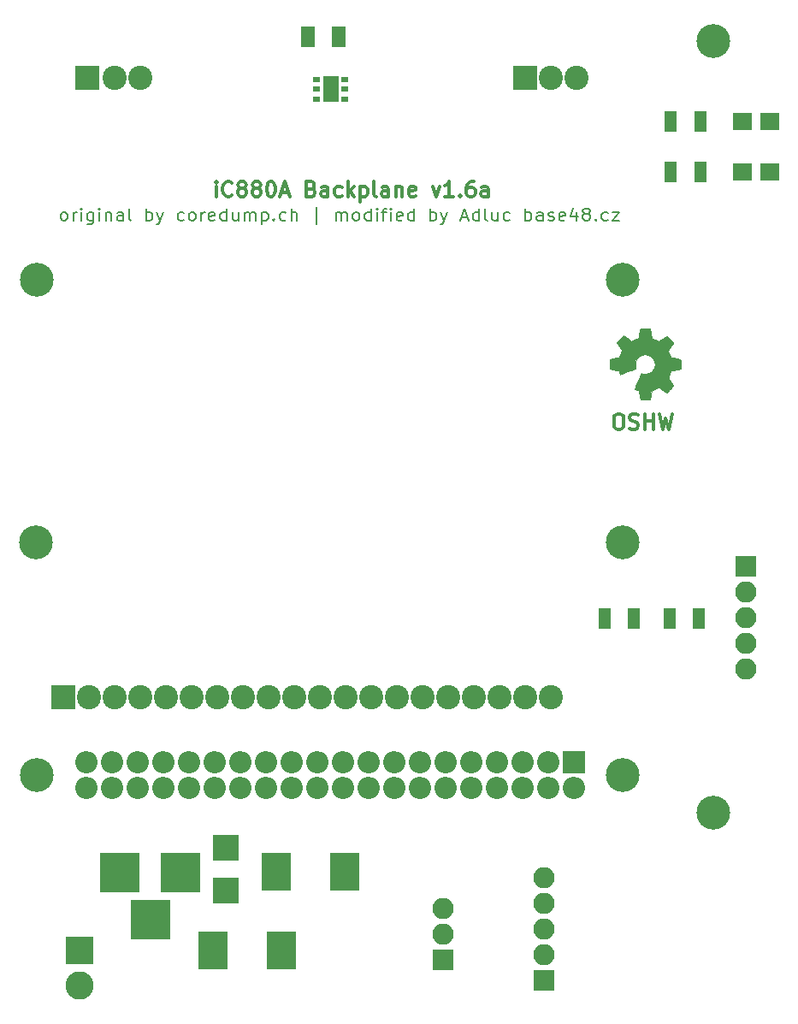
<source format=gts>
G04 #@! TF.GenerationSoftware,KiCad,Pcbnew,(5.0.0-rc2-dev-691-g31b026c)*
G04 #@! TF.CreationDate,2018-05-13T20:35:11+02:00*
G04 #@! TF.ProjectId,backplane,6261636B706C616E652E6B696361645F,v1.6*
G04 #@! TF.SameCoordinates,Original*
G04 #@! TF.FileFunction,Soldermask,Top*
G04 #@! TF.FilePolarity,Negative*
%FSLAX46Y46*%
G04 Gerber Fmt 4.6, Leading zero omitted, Abs format (unit mm)*
G04 Created by KiCad (PCBNEW (5.0.0-rc2-dev-691-g31b026c)) date Sunday, 13. May 2018, 20:35:11*
%MOMM*%
%LPD*%
G01*
G04 APERTURE LIST*
%ADD10C,0.200000*%
%ADD11C,0.300000*%
%ADD12C,0.002540*%
%ADD13R,1.300000X2.100000*%
%ADD14C,3.350000*%
%ADD15R,1.400000X2.000000*%
%ADD16R,0.740000X0.540000*%
%ADD17R,1.640000X2.540000*%
%ADD18R,2.200000X2.200000*%
%ADD19O,2.200000X2.200000*%
%ADD20R,2.400000X2.400000*%
%ADD21C,2.400000*%
%ADD22R,1.900000X1.700000*%
%ADD23O,2.100000X2.100000*%
%ADD24R,2.100000X2.100000*%
%ADD25R,2.800000X2.800000*%
%ADD26C,2.800000*%
%ADD27R,3.900000X3.900000*%
%ADD28R,2.580000X2.520000*%
%ADD29R,2.900000X3.700000*%
G04 APERTURE END LIST*
D10*
X37388095Y-35792857D02*
X37264285Y-35735714D01*
X37202380Y-35678571D01*
X37140476Y-35564285D01*
X37140476Y-35221428D01*
X37202380Y-35107142D01*
X37264285Y-35050000D01*
X37388095Y-34992857D01*
X37573809Y-34992857D01*
X37697619Y-35050000D01*
X37759523Y-35107142D01*
X37821428Y-35221428D01*
X37821428Y-35564285D01*
X37759523Y-35678571D01*
X37697619Y-35735714D01*
X37573809Y-35792857D01*
X37388095Y-35792857D01*
X38378571Y-35792857D02*
X38378571Y-34992857D01*
X38378571Y-35221428D02*
X38440476Y-35107142D01*
X38502380Y-35050000D01*
X38626190Y-34992857D01*
X38750000Y-34992857D01*
X39183333Y-35792857D02*
X39183333Y-34992857D01*
X39183333Y-34592857D02*
X39121428Y-34650000D01*
X39183333Y-34707142D01*
X39245238Y-34650000D01*
X39183333Y-34592857D01*
X39183333Y-34707142D01*
X40359523Y-34992857D02*
X40359523Y-35964285D01*
X40297619Y-36078571D01*
X40235714Y-36135714D01*
X40111904Y-36192857D01*
X39926190Y-36192857D01*
X39802380Y-36135714D01*
X40359523Y-35735714D02*
X40235714Y-35792857D01*
X39988095Y-35792857D01*
X39864285Y-35735714D01*
X39802380Y-35678571D01*
X39740476Y-35564285D01*
X39740476Y-35221428D01*
X39802380Y-35107142D01*
X39864285Y-35050000D01*
X39988095Y-34992857D01*
X40235714Y-34992857D01*
X40359523Y-35050000D01*
X40978571Y-35792857D02*
X40978571Y-34992857D01*
X40978571Y-34592857D02*
X40916666Y-34650000D01*
X40978571Y-34707142D01*
X41040476Y-34650000D01*
X40978571Y-34592857D01*
X40978571Y-34707142D01*
X41597619Y-34992857D02*
X41597619Y-35792857D01*
X41597619Y-35107142D02*
X41659523Y-35050000D01*
X41783333Y-34992857D01*
X41969047Y-34992857D01*
X42092857Y-35050000D01*
X42154761Y-35164285D01*
X42154761Y-35792857D01*
X43330952Y-35792857D02*
X43330952Y-35164285D01*
X43269047Y-35050000D01*
X43145238Y-34992857D01*
X42897619Y-34992857D01*
X42773809Y-35050000D01*
X43330952Y-35735714D02*
X43207142Y-35792857D01*
X42897619Y-35792857D01*
X42773809Y-35735714D01*
X42711904Y-35621428D01*
X42711904Y-35507142D01*
X42773809Y-35392857D01*
X42897619Y-35335714D01*
X43207142Y-35335714D01*
X43330952Y-35278571D01*
X44135714Y-35792857D02*
X44011904Y-35735714D01*
X43950000Y-35621428D01*
X43950000Y-34592857D01*
X45621428Y-35792857D02*
X45621428Y-34592857D01*
X45621428Y-35050000D02*
X45745238Y-34992857D01*
X45992857Y-34992857D01*
X46116666Y-35050000D01*
X46178571Y-35107142D01*
X46240476Y-35221428D01*
X46240476Y-35564285D01*
X46178571Y-35678571D01*
X46116666Y-35735714D01*
X45992857Y-35792857D01*
X45745238Y-35792857D01*
X45621428Y-35735714D01*
X46673809Y-34992857D02*
X46983333Y-35792857D01*
X47292857Y-34992857D02*
X46983333Y-35792857D01*
X46859523Y-36078571D01*
X46797619Y-36135714D01*
X46673809Y-36192857D01*
X49335714Y-35735714D02*
X49211904Y-35792857D01*
X48964285Y-35792857D01*
X48840476Y-35735714D01*
X48778571Y-35678571D01*
X48716666Y-35564285D01*
X48716666Y-35221428D01*
X48778571Y-35107142D01*
X48840476Y-35050000D01*
X48964285Y-34992857D01*
X49211904Y-34992857D01*
X49335714Y-35050000D01*
X50078571Y-35792857D02*
X49954761Y-35735714D01*
X49892857Y-35678571D01*
X49830952Y-35564285D01*
X49830952Y-35221428D01*
X49892857Y-35107142D01*
X49954761Y-35050000D01*
X50078571Y-34992857D01*
X50264285Y-34992857D01*
X50388095Y-35050000D01*
X50450000Y-35107142D01*
X50511904Y-35221428D01*
X50511904Y-35564285D01*
X50450000Y-35678571D01*
X50388095Y-35735714D01*
X50264285Y-35792857D01*
X50078571Y-35792857D01*
X51069047Y-35792857D02*
X51069047Y-34992857D01*
X51069047Y-35221428D02*
X51130952Y-35107142D01*
X51192857Y-35050000D01*
X51316666Y-34992857D01*
X51440476Y-34992857D01*
X52369047Y-35735714D02*
X52245238Y-35792857D01*
X51997619Y-35792857D01*
X51873809Y-35735714D01*
X51811904Y-35621428D01*
X51811904Y-35164285D01*
X51873809Y-35050000D01*
X51997619Y-34992857D01*
X52245238Y-34992857D01*
X52369047Y-35050000D01*
X52430952Y-35164285D01*
X52430952Y-35278571D01*
X51811904Y-35392857D01*
X53545238Y-35792857D02*
X53545238Y-34592857D01*
X53545238Y-35735714D02*
X53421428Y-35792857D01*
X53173809Y-35792857D01*
X53050000Y-35735714D01*
X52988095Y-35678571D01*
X52926190Y-35564285D01*
X52926190Y-35221428D01*
X52988095Y-35107142D01*
X53050000Y-35050000D01*
X53173809Y-34992857D01*
X53421428Y-34992857D01*
X53545238Y-35050000D01*
X54721428Y-34992857D02*
X54721428Y-35792857D01*
X54164285Y-34992857D02*
X54164285Y-35621428D01*
X54226190Y-35735714D01*
X54350000Y-35792857D01*
X54535714Y-35792857D01*
X54659523Y-35735714D01*
X54721428Y-35678571D01*
X55340476Y-35792857D02*
X55340476Y-34992857D01*
X55340476Y-35107142D02*
X55402380Y-35050000D01*
X55526190Y-34992857D01*
X55711904Y-34992857D01*
X55835714Y-35050000D01*
X55897619Y-35164285D01*
X55897619Y-35792857D01*
X55897619Y-35164285D02*
X55959523Y-35050000D01*
X56083333Y-34992857D01*
X56269047Y-34992857D01*
X56392857Y-35050000D01*
X56454761Y-35164285D01*
X56454761Y-35792857D01*
X57073809Y-34992857D02*
X57073809Y-36192857D01*
X57073809Y-35050000D02*
X57197619Y-34992857D01*
X57445238Y-34992857D01*
X57569047Y-35050000D01*
X57630952Y-35107142D01*
X57692857Y-35221428D01*
X57692857Y-35564285D01*
X57630952Y-35678571D01*
X57569047Y-35735714D01*
X57445238Y-35792857D01*
X57197619Y-35792857D01*
X57073809Y-35735714D01*
X58250000Y-35678571D02*
X58311904Y-35735714D01*
X58250000Y-35792857D01*
X58188095Y-35735714D01*
X58250000Y-35678571D01*
X58250000Y-35792857D01*
X59426190Y-35735714D02*
X59302380Y-35792857D01*
X59054761Y-35792857D01*
X58930952Y-35735714D01*
X58869047Y-35678571D01*
X58807142Y-35564285D01*
X58807142Y-35221428D01*
X58869047Y-35107142D01*
X58930952Y-35050000D01*
X59054761Y-34992857D01*
X59302380Y-34992857D01*
X59426190Y-35050000D01*
X59983333Y-35792857D02*
X59983333Y-34592857D01*
X60540476Y-35792857D02*
X60540476Y-35164285D01*
X60478571Y-35050000D01*
X60354761Y-34992857D01*
X60169047Y-34992857D01*
X60045238Y-35050000D01*
X59983333Y-35107142D01*
X62459523Y-36192857D02*
X62459523Y-34478571D01*
X64378571Y-35792857D02*
X64378571Y-34992857D01*
X64378571Y-35107142D02*
X64440476Y-35050000D01*
X64564285Y-34992857D01*
X64750000Y-34992857D01*
X64873809Y-35050000D01*
X64935714Y-35164285D01*
X64935714Y-35792857D01*
X64935714Y-35164285D02*
X64997619Y-35050000D01*
X65121428Y-34992857D01*
X65307142Y-34992857D01*
X65430952Y-35050000D01*
X65492857Y-35164285D01*
X65492857Y-35792857D01*
X66297619Y-35792857D02*
X66173809Y-35735714D01*
X66111904Y-35678571D01*
X66050000Y-35564285D01*
X66050000Y-35221428D01*
X66111904Y-35107142D01*
X66173809Y-35050000D01*
X66297619Y-34992857D01*
X66483333Y-34992857D01*
X66607142Y-35050000D01*
X66669047Y-35107142D01*
X66730952Y-35221428D01*
X66730952Y-35564285D01*
X66669047Y-35678571D01*
X66607142Y-35735714D01*
X66483333Y-35792857D01*
X66297619Y-35792857D01*
X67845238Y-35792857D02*
X67845238Y-34592857D01*
X67845238Y-35735714D02*
X67721428Y-35792857D01*
X67473809Y-35792857D01*
X67350000Y-35735714D01*
X67288095Y-35678571D01*
X67226190Y-35564285D01*
X67226190Y-35221428D01*
X67288095Y-35107142D01*
X67350000Y-35050000D01*
X67473809Y-34992857D01*
X67721428Y-34992857D01*
X67845238Y-35050000D01*
X68464285Y-35792857D02*
X68464285Y-34992857D01*
X68464285Y-34592857D02*
X68402380Y-34650000D01*
X68464285Y-34707142D01*
X68526190Y-34650000D01*
X68464285Y-34592857D01*
X68464285Y-34707142D01*
X68897619Y-34992857D02*
X69392857Y-34992857D01*
X69083333Y-35792857D02*
X69083333Y-34764285D01*
X69145238Y-34650000D01*
X69269047Y-34592857D01*
X69392857Y-34592857D01*
X69826190Y-35792857D02*
X69826190Y-34992857D01*
X69826190Y-34592857D02*
X69764285Y-34650000D01*
X69826190Y-34707142D01*
X69888095Y-34650000D01*
X69826190Y-34592857D01*
X69826190Y-34707142D01*
X70940476Y-35735714D02*
X70816666Y-35792857D01*
X70569047Y-35792857D01*
X70445238Y-35735714D01*
X70383333Y-35621428D01*
X70383333Y-35164285D01*
X70445238Y-35050000D01*
X70569047Y-34992857D01*
X70816666Y-34992857D01*
X70940476Y-35050000D01*
X71002380Y-35164285D01*
X71002380Y-35278571D01*
X70383333Y-35392857D01*
X72116666Y-35792857D02*
X72116666Y-34592857D01*
X72116666Y-35735714D02*
X71992857Y-35792857D01*
X71745238Y-35792857D01*
X71621428Y-35735714D01*
X71559523Y-35678571D01*
X71497619Y-35564285D01*
X71497619Y-35221428D01*
X71559523Y-35107142D01*
X71621428Y-35050000D01*
X71745238Y-34992857D01*
X71992857Y-34992857D01*
X72116666Y-35050000D01*
X73726190Y-35792857D02*
X73726190Y-34592857D01*
X73726190Y-35050000D02*
X73850000Y-34992857D01*
X74097619Y-34992857D01*
X74221428Y-35050000D01*
X74283333Y-35107142D01*
X74345238Y-35221428D01*
X74345238Y-35564285D01*
X74283333Y-35678571D01*
X74221428Y-35735714D01*
X74097619Y-35792857D01*
X73850000Y-35792857D01*
X73726190Y-35735714D01*
X74778571Y-34992857D02*
X75088095Y-35792857D01*
X75397619Y-34992857D02*
X75088095Y-35792857D01*
X74964285Y-36078571D01*
X74902380Y-36135714D01*
X74778571Y-36192857D01*
X76821428Y-35450000D02*
X77440476Y-35450000D01*
X76697619Y-35792857D02*
X77130952Y-34592857D01*
X77564285Y-35792857D01*
X78554761Y-35792857D02*
X78554761Y-34592857D01*
X78554761Y-35735714D02*
X78430952Y-35792857D01*
X78183333Y-35792857D01*
X78059523Y-35735714D01*
X77997619Y-35678571D01*
X77935714Y-35564285D01*
X77935714Y-35221428D01*
X77997619Y-35107142D01*
X78059523Y-35050000D01*
X78183333Y-34992857D01*
X78430952Y-34992857D01*
X78554761Y-35050000D01*
X79359523Y-35792857D02*
X79235714Y-35735714D01*
X79173809Y-35621428D01*
X79173809Y-34592857D01*
X80411904Y-34992857D02*
X80411904Y-35792857D01*
X79854761Y-34992857D02*
X79854761Y-35621428D01*
X79916666Y-35735714D01*
X80040476Y-35792857D01*
X80226190Y-35792857D01*
X80350000Y-35735714D01*
X80411904Y-35678571D01*
X81588095Y-35735714D02*
X81464285Y-35792857D01*
X81216666Y-35792857D01*
X81092857Y-35735714D01*
X81030952Y-35678571D01*
X80969047Y-35564285D01*
X80969047Y-35221428D01*
X81030952Y-35107142D01*
X81092857Y-35050000D01*
X81216666Y-34992857D01*
X81464285Y-34992857D01*
X81588095Y-35050000D01*
X83135714Y-35792857D02*
X83135714Y-34592857D01*
X83135714Y-35050000D02*
X83259523Y-34992857D01*
X83507142Y-34992857D01*
X83630952Y-35050000D01*
X83692857Y-35107142D01*
X83754761Y-35221428D01*
X83754761Y-35564285D01*
X83692857Y-35678571D01*
X83630952Y-35735714D01*
X83507142Y-35792857D01*
X83259523Y-35792857D01*
X83135714Y-35735714D01*
X84869047Y-35792857D02*
X84869047Y-35164285D01*
X84807142Y-35050000D01*
X84683333Y-34992857D01*
X84435714Y-34992857D01*
X84311904Y-35050000D01*
X84869047Y-35735714D02*
X84745238Y-35792857D01*
X84435714Y-35792857D01*
X84311904Y-35735714D01*
X84250000Y-35621428D01*
X84250000Y-35507142D01*
X84311904Y-35392857D01*
X84435714Y-35335714D01*
X84745238Y-35335714D01*
X84869047Y-35278571D01*
X85426190Y-35735714D02*
X85550000Y-35792857D01*
X85797619Y-35792857D01*
X85921428Y-35735714D01*
X85983333Y-35621428D01*
X85983333Y-35564285D01*
X85921428Y-35450000D01*
X85797619Y-35392857D01*
X85611904Y-35392857D01*
X85488095Y-35335714D01*
X85426190Y-35221428D01*
X85426190Y-35164285D01*
X85488095Y-35050000D01*
X85611904Y-34992857D01*
X85797619Y-34992857D01*
X85921428Y-35050000D01*
X87035714Y-35735714D02*
X86911904Y-35792857D01*
X86664285Y-35792857D01*
X86540476Y-35735714D01*
X86478571Y-35621428D01*
X86478571Y-35164285D01*
X86540476Y-35050000D01*
X86664285Y-34992857D01*
X86911904Y-34992857D01*
X87035714Y-35050000D01*
X87097619Y-35164285D01*
X87097619Y-35278571D01*
X86478571Y-35392857D01*
X88211904Y-34992857D02*
X88211904Y-35792857D01*
X87902380Y-34535714D02*
X87592857Y-35392857D01*
X88397619Y-35392857D01*
X89078571Y-35107142D02*
X88954761Y-35050000D01*
X88892857Y-34992857D01*
X88830952Y-34878571D01*
X88830952Y-34821428D01*
X88892857Y-34707142D01*
X88954761Y-34650000D01*
X89078571Y-34592857D01*
X89326190Y-34592857D01*
X89450000Y-34650000D01*
X89511904Y-34707142D01*
X89573809Y-34821428D01*
X89573809Y-34878571D01*
X89511904Y-34992857D01*
X89450000Y-35050000D01*
X89326190Y-35107142D01*
X89078571Y-35107142D01*
X88954761Y-35164285D01*
X88892857Y-35221428D01*
X88830952Y-35335714D01*
X88830952Y-35564285D01*
X88892857Y-35678571D01*
X88954761Y-35735714D01*
X89078571Y-35792857D01*
X89326190Y-35792857D01*
X89450000Y-35735714D01*
X89511904Y-35678571D01*
X89573809Y-35564285D01*
X89573809Y-35335714D01*
X89511904Y-35221428D01*
X89450000Y-35164285D01*
X89326190Y-35107142D01*
X90130952Y-35678571D02*
X90192857Y-35735714D01*
X90130952Y-35792857D01*
X90069047Y-35735714D01*
X90130952Y-35678571D01*
X90130952Y-35792857D01*
X91307142Y-35735714D02*
X91183333Y-35792857D01*
X90935714Y-35792857D01*
X90811904Y-35735714D01*
X90750000Y-35678571D01*
X90688095Y-35564285D01*
X90688095Y-35221428D01*
X90750000Y-35107142D01*
X90811904Y-35050000D01*
X90935714Y-34992857D01*
X91183333Y-34992857D01*
X91307142Y-35050000D01*
X91740476Y-34992857D02*
X92421428Y-34992857D01*
X91740476Y-35792857D01*
X92421428Y-35792857D01*
D11*
X92250000Y-54928571D02*
X92535714Y-54928571D01*
X92678571Y-55000000D01*
X92821428Y-55142857D01*
X92892857Y-55428571D01*
X92892857Y-55928571D01*
X92821428Y-56214285D01*
X92678571Y-56357142D01*
X92535714Y-56428571D01*
X92250000Y-56428571D01*
X92107142Y-56357142D01*
X91964285Y-56214285D01*
X91892857Y-55928571D01*
X91892857Y-55428571D01*
X91964285Y-55142857D01*
X92107142Y-55000000D01*
X92250000Y-54928571D01*
X93464285Y-56357142D02*
X93678571Y-56428571D01*
X94035714Y-56428571D01*
X94178571Y-56357142D01*
X94250000Y-56285714D01*
X94321428Y-56142857D01*
X94321428Y-56000000D01*
X94250000Y-55857142D01*
X94178571Y-55785714D01*
X94035714Y-55714285D01*
X93750000Y-55642857D01*
X93607142Y-55571428D01*
X93535714Y-55500000D01*
X93464285Y-55357142D01*
X93464285Y-55214285D01*
X93535714Y-55071428D01*
X93607142Y-55000000D01*
X93750000Y-54928571D01*
X94107142Y-54928571D01*
X94321428Y-55000000D01*
X94964285Y-56428571D02*
X94964285Y-54928571D01*
X94964285Y-55642857D02*
X95821428Y-55642857D01*
X95821428Y-56428571D02*
X95821428Y-54928571D01*
X96392857Y-54928571D02*
X96750000Y-56428571D01*
X97035714Y-55357142D01*
X97321428Y-56428571D01*
X97678571Y-54928571D01*
X52535714Y-33428571D02*
X52535714Y-32428571D01*
X52535714Y-31928571D02*
X52464285Y-32000000D01*
X52535714Y-32071428D01*
X52607142Y-32000000D01*
X52535714Y-31928571D01*
X52535714Y-32071428D01*
X54107142Y-33285714D02*
X54035714Y-33357142D01*
X53821428Y-33428571D01*
X53678571Y-33428571D01*
X53464285Y-33357142D01*
X53321428Y-33214285D01*
X53250000Y-33071428D01*
X53178571Y-32785714D01*
X53178571Y-32571428D01*
X53250000Y-32285714D01*
X53321428Y-32142857D01*
X53464285Y-32000000D01*
X53678571Y-31928571D01*
X53821428Y-31928571D01*
X54035714Y-32000000D01*
X54107142Y-32071428D01*
X54964285Y-32571428D02*
X54821428Y-32500000D01*
X54750000Y-32428571D01*
X54678571Y-32285714D01*
X54678571Y-32214285D01*
X54750000Y-32071428D01*
X54821428Y-32000000D01*
X54964285Y-31928571D01*
X55250000Y-31928571D01*
X55392857Y-32000000D01*
X55464285Y-32071428D01*
X55535714Y-32214285D01*
X55535714Y-32285714D01*
X55464285Y-32428571D01*
X55392857Y-32500000D01*
X55250000Y-32571428D01*
X54964285Y-32571428D01*
X54821428Y-32642857D01*
X54750000Y-32714285D01*
X54678571Y-32857142D01*
X54678571Y-33142857D01*
X54750000Y-33285714D01*
X54821428Y-33357142D01*
X54964285Y-33428571D01*
X55250000Y-33428571D01*
X55392857Y-33357142D01*
X55464285Y-33285714D01*
X55535714Y-33142857D01*
X55535714Y-32857142D01*
X55464285Y-32714285D01*
X55392857Y-32642857D01*
X55250000Y-32571428D01*
X56392857Y-32571428D02*
X56250000Y-32500000D01*
X56178571Y-32428571D01*
X56107142Y-32285714D01*
X56107142Y-32214285D01*
X56178571Y-32071428D01*
X56250000Y-32000000D01*
X56392857Y-31928571D01*
X56678571Y-31928571D01*
X56821428Y-32000000D01*
X56892857Y-32071428D01*
X56964285Y-32214285D01*
X56964285Y-32285714D01*
X56892857Y-32428571D01*
X56821428Y-32500000D01*
X56678571Y-32571428D01*
X56392857Y-32571428D01*
X56250000Y-32642857D01*
X56178571Y-32714285D01*
X56107142Y-32857142D01*
X56107142Y-33142857D01*
X56178571Y-33285714D01*
X56250000Y-33357142D01*
X56392857Y-33428571D01*
X56678571Y-33428571D01*
X56821428Y-33357142D01*
X56892857Y-33285714D01*
X56964285Y-33142857D01*
X56964285Y-32857142D01*
X56892857Y-32714285D01*
X56821428Y-32642857D01*
X56678571Y-32571428D01*
X57892857Y-31928571D02*
X58035714Y-31928571D01*
X58178571Y-32000000D01*
X58250000Y-32071428D01*
X58321428Y-32214285D01*
X58392857Y-32500000D01*
X58392857Y-32857142D01*
X58321428Y-33142857D01*
X58250000Y-33285714D01*
X58178571Y-33357142D01*
X58035714Y-33428571D01*
X57892857Y-33428571D01*
X57750000Y-33357142D01*
X57678571Y-33285714D01*
X57607142Y-33142857D01*
X57535714Y-32857142D01*
X57535714Y-32500000D01*
X57607142Y-32214285D01*
X57678571Y-32071428D01*
X57750000Y-32000000D01*
X57892857Y-31928571D01*
X58964285Y-33000000D02*
X59678571Y-33000000D01*
X58821428Y-33428571D02*
X59321428Y-31928571D01*
X59821428Y-33428571D01*
X61964285Y-32642857D02*
X62178571Y-32714285D01*
X62250000Y-32785714D01*
X62321428Y-32928571D01*
X62321428Y-33142857D01*
X62250000Y-33285714D01*
X62178571Y-33357142D01*
X62035714Y-33428571D01*
X61464285Y-33428571D01*
X61464285Y-31928571D01*
X61964285Y-31928571D01*
X62107142Y-32000000D01*
X62178571Y-32071428D01*
X62250000Y-32214285D01*
X62250000Y-32357142D01*
X62178571Y-32500000D01*
X62107142Y-32571428D01*
X61964285Y-32642857D01*
X61464285Y-32642857D01*
X63607142Y-33428571D02*
X63607142Y-32642857D01*
X63535714Y-32500000D01*
X63392857Y-32428571D01*
X63107142Y-32428571D01*
X62964285Y-32500000D01*
X63607142Y-33357142D02*
X63464285Y-33428571D01*
X63107142Y-33428571D01*
X62964285Y-33357142D01*
X62892857Y-33214285D01*
X62892857Y-33071428D01*
X62964285Y-32928571D01*
X63107142Y-32857142D01*
X63464285Y-32857142D01*
X63607142Y-32785714D01*
X64964285Y-33357142D02*
X64821428Y-33428571D01*
X64535714Y-33428571D01*
X64392857Y-33357142D01*
X64321428Y-33285714D01*
X64249999Y-33142857D01*
X64249999Y-32714285D01*
X64321428Y-32571428D01*
X64392857Y-32500000D01*
X64535714Y-32428571D01*
X64821428Y-32428571D01*
X64964285Y-32500000D01*
X65607142Y-33428571D02*
X65607142Y-31928571D01*
X65749999Y-32857142D02*
X66178571Y-33428571D01*
X66178571Y-32428571D02*
X65607142Y-33000000D01*
X66821428Y-32428571D02*
X66821428Y-33928571D01*
X66821428Y-32500000D02*
X66964285Y-32428571D01*
X67250000Y-32428571D01*
X67392857Y-32500000D01*
X67464285Y-32571428D01*
X67535714Y-32714285D01*
X67535714Y-33142857D01*
X67464285Y-33285714D01*
X67392857Y-33357142D01*
X67250000Y-33428571D01*
X66964285Y-33428571D01*
X66821428Y-33357142D01*
X68392857Y-33428571D02*
X68250000Y-33357142D01*
X68178571Y-33214285D01*
X68178571Y-31928571D01*
X69607142Y-33428571D02*
X69607142Y-32642857D01*
X69535714Y-32500000D01*
X69392857Y-32428571D01*
X69107142Y-32428571D01*
X68964285Y-32500000D01*
X69607142Y-33357142D02*
X69464285Y-33428571D01*
X69107142Y-33428571D01*
X68964285Y-33357142D01*
X68892857Y-33214285D01*
X68892857Y-33071428D01*
X68964285Y-32928571D01*
X69107142Y-32857142D01*
X69464285Y-32857142D01*
X69607142Y-32785714D01*
X70321428Y-32428571D02*
X70321428Y-33428571D01*
X70321428Y-32571428D02*
X70392857Y-32500000D01*
X70535714Y-32428571D01*
X70750000Y-32428571D01*
X70892857Y-32500000D01*
X70964285Y-32642857D01*
X70964285Y-33428571D01*
X72250000Y-33357142D02*
X72107142Y-33428571D01*
X71821428Y-33428571D01*
X71678571Y-33357142D01*
X71607142Y-33214285D01*
X71607142Y-32642857D01*
X71678571Y-32500000D01*
X71821428Y-32428571D01*
X72107142Y-32428571D01*
X72250000Y-32500000D01*
X72321428Y-32642857D01*
X72321428Y-32785714D01*
X71607142Y-32928571D01*
X73964285Y-32428571D02*
X74321428Y-33428571D01*
X74678571Y-32428571D01*
X76035714Y-33428571D02*
X75178571Y-33428571D01*
X75607142Y-33428571D02*
X75607142Y-31928571D01*
X75464285Y-32142857D01*
X75321428Y-32285714D01*
X75178571Y-32357142D01*
X76678571Y-33285714D02*
X76750000Y-33357142D01*
X76678571Y-33428571D01*
X76607142Y-33357142D01*
X76678571Y-33285714D01*
X76678571Y-33428571D01*
X78035714Y-31928571D02*
X77750000Y-31928571D01*
X77607142Y-32000000D01*
X77535714Y-32071428D01*
X77392857Y-32285714D01*
X77321428Y-32571428D01*
X77321428Y-33142857D01*
X77392857Y-33285714D01*
X77464285Y-33357142D01*
X77607142Y-33428571D01*
X77892857Y-33428571D01*
X78035714Y-33357142D01*
X78107142Y-33285714D01*
X78178571Y-33142857D01*
X78178571Y-32785714D01*
X78107142Y-32642857D01*
X78035714Y-32571428D01*
X77892857Y-32500000D01*
X77607142Y-32500000D01*
X77464285Y-32571428D01*
X77392857Y-32642857D01*
X77321428Y-32785714D01*
X79464285Y-33428571D02*
X79464285Y-32642857D01*
X79392857Y-32500000D01*
X79250000Y-32428571D01*
X78964285Y-32428571D01*
X78821428Y-32500000D01*
X79464285Y-33357142D02*
X79321428Y-33428571D01*
X78964285Y-33428571D01*
X78821428Y-33357142D01*
X78750000Y-33214285D01*
X78750000Y-33071428D01*
X78821428Y-32928571D01*
X78964285Y-32857142D01*
X79321428Y-32857142D01*
X79464285Y-32785714D01*
D12*
G36*
X91526786Y-50473809D02*
X91566299Y-50484585D01*
X91661490Y-50507934D01*
X91797990Y-50536670D01*
X91961430Y-50567203D01*
X92126667Y-50599532D01*
X92259575Y-50624677D01*
X92352969Y-50646230D01*
X92388890Y-50657006D01*
X92397871Y-50673170D01*
X92421219Y-50743216D01*
X92455344Y-50845591D01*
X92471509Y-50904861D01*
X92507430Y-50994663D01*
X92532574Y-51030585D01*
X92546943Y-51026992D01*
X92618785Y-51001848D01*
X92735528Y-50956946D01*
X92888193Y-50897677D01*
X93066002Y-50824039D01*
X93259975Y-50745012D01*
X93455745Y-50664190D01*
X93642534Y-50588756D01*
X93809567Y-50518710D01*
X93944271Y-50459440D01*
X94037665Y-50419927D01*
X94075382Y-50400171D01*
X94077179Y-50391190D01*
X94077179Y-50330125D01*
X94064606Y-50234934D01*
X94043054Y-50023000D01*
X94069994Y-49762572D01*
X94163389Y-49529086D01*
X94323238Y-49322540D01*
X94511823Y-49173468D01*
X94739921Y-49078277D01*
X94998553Y-49045948D01*
X95242816Y-49074685D01*
X95474506Y-49166283D01*
X95675664Y-49324336D01*
X95828328Y-49516513D01*
X95928907Y-49746408D01*
X95963032Y-50003243D01*
X95954052Y-50137947D01*
X95891190Y-50369638D01*
X95781631Y-50576184D01*
X95747506Y-50621085D01*
X95566105Y-50788118D01*
X95346987Y-50903065D01*
X95106316Y-50960539D01*
X94856665Y-50955150D01*
X94829724Y-50949762D01*
X94725553Y-50935394D01*
X94655507Y-50926414D01*
X94599829Y-50921025D01*
X94289113Y-51673571D01*
X94238823Y-51795702D01*
X94154409Y-52002248D01*
X94082567Y-52181853D01*
X94025093Y-52321945D01*
X93989172Y-52418932D01*
X93974804Y-52458445D01*
X93974804Y-52462037D01*
X93990968Y-52485386D01*
X94044850Y-52510531D01*
X94156205Y-52550044D01*
X94229843Y-52573393D01*
X94316053Y-52602129D01*
X94350178Y-52618294D01*
X94360955Y-52650623D01*
X94378915Y-52740425D01*
X94405856Y-52871537D01*
X94436389Y-53031386D01*
X94465126Y-53185846D01*
X94493862Y-53322346D01*
X94515415Y-53422925D01*
X94527987Y-53467826D01*
X94533376Y-53473214D01*
X94574685Y-53485787D01*
X94662691Y-53491175D01*
X94804579Y-53496563D01*
X95007533Y-53498359D01*
X95039862Y-53498359D01*
X95210487Y-53496563D01*
X95350579Y-53492971D01*
X95445770Y-53487583D01*
X95487079Y-53482194D01*
X95499651Y-53437293D01*
X95523000Y-53338510D01*
X95551737Y-53198418D01*
X95582269Y-53031386D01*
X95663092Y-52598537D01*
X96002545Y-52453057D01*
X96106716Y-52409952D01*
X96234236Y-52357866D01*
X96325835Y-52320149D01*
X96367144Y-52307577D01*
X96404861Y-52323741D01*
X96485683Y-52375827D01*
X96600631Y-52451261D01*
X96737130Y-52544656D01*
X96868242Y-52632662D01*
X96984985Y-52713485D01*
X97069400Y-52769162D01*
X97107117Y-52796103D01*
X97119689Y-52797899D01*
X97141242Y-52790715D01*
X97178959Y-52760182D01*
X97241821Y-52704504D01*
X97337012Y-52609314D01*
X97473511Y-52472814D01*
X97487880Y-52458445D01*
X97618992Y-52327334D01*
X97717774Y-52221366D01*
X97782432Y-52149524D01*
X97805781Y-52118992D01*
X97782432Y-52081274D01*
X97726755Y-51996860D01*
X97647728Y-51878321D01*
X97552538Y-51740025D01*
X97547150Y-51731045D01*
X97451959Y-51589156D01*
X97374729Y-51472413D01*
X97322643Y-51387999D01*
X97301090Y-51348486D01*
X97302887Y-51335913D01*
X97326235Y-51265867D01*
X97363952Y-51159900D01*
X97416038Y-51032381D01*
X97468123Y-50901269D01*
X97518413Y-50786322D01*
X97557926Y-50703703D01*
X97579478Y-50667782D01*
X97626176Y-50657006D01*
X97724959Y-50637249D01*
X97866847Y-50610309D01*
X98035675Y-50577980D01*
X98048248Y-50576184D01*
X98213485Y-50543855D01*
X98353577Y-50515118D01*
X98448767Y-50491769D01*
X98490076Y-50479197D01*
X98490076Y-50475605D01*
X98497261Y-50425315D01*
X98504445Y-50317552D01*
X98508037Y-50170276D01*
X98506241Y-49996059D01*
X98506241Y-49942177D01*
X98506241Y-49751796D01*
X98499057Y-49622480D01*
X98490076Y-49548842D01*
X98477504Y-49521901D01*
X98429011Y-49509329D01*
X98324840Y-49487777D01*
X98182952Y-49460836D01*
X98014123Y-49428507D01*
X98003347Y-49424915D01*
X97836314Y-49394382D01*
X97698018Y-49367441D01*
X97601031Y-49349481D01*
X97561518Y-49338704D01*
X97556130Y-49333316D01*
X97527393Y-49283027D01*
X97482492Y-49187836D01*
X97428610Y-49065704D01*
X97372933Y-48938185D01*
X97326235Y-48819645D01*
X97292110Y-48728047D01*
X97279538Y-48683146D01*
X97279538Y-48679553D01*
X97306479Y-48634652D01*
X97362156Y-48543054D01*
X97442979Y-48419126D01*
X97541761Y-48277238D01*
X97557926Y-48253889D01*
X97651320Y-48113797D01*
X97732143Y-47997054D01*
X97784228Y-47916232D01*
X97805781Y-47880311D01*
X97793209Y-47860554D01*
X97739327Y-47799488D01*
X97653117Y-47709686D01*
X97547150Y-47600127D01*
X97435794Y-47488772D01*
X97322643Y-47382804D01*
X97225656Y-47293002D01*
X97155610Y-47230140D01*
X97123281Y-47208588D01*
X97119689Y-47208588D01*
X97072992Y-47233732D01*
X96981393Y-47293002D01*
X96859262Y-47375620D01*
X96715578Y-47472607D01*
X96690433Y-47490568D01*
X96548545Y-47585758D01*
X96431802Y-47662988D01*
X96352775Y-47713278D01*
X96318650Y-47733034D01*
X96302486Y-47727646D01*
X96232440Y-47700706D01*
X96121085Y-47654008D01*
X95984585Y-47596535D01*
X95666684Y-47461831D01*
X95578677Y-46993061D01*
X95569697Y-46951752D01*
X95537368Y-46782923D01*
X95512223Y-46646423D01*
X95490671Y-46553029D01*
X95481691Y-46515312D01*
X95478099Y-46515312D01*
X95426013Y-46509924D01*
X95318250Y-46506331D01*
X95170974Y-46506331D01*
X94996757Y-46504535D01*
X94867441Y-46504535D01*
X94711185Y-46506331D01*
X94610606Y-46509924D01*
X94551336Y-46518904D01*
X94520803Y-46527884D01*
X94511823Y-46544049D01*
X94501047Y-46590746D01*
X94479494Y-46691325D01*
X94452553Y-46833213D01*
X94422020Y-47000246D01*
X94395080Y-47138542D01*
X94360955Y-47291206D01*
X94334014Y-47397173D01*
X94316053Y-47443870D01*
X94299889Y-47452850D01*
X94224455Y-47488772D01*
X94111304Y-47537265D01*
X93969415Y-47592942D01*
X93655107Y-47716870D01*
X93480890Y-47600127D01*
X93378515Y-47530081D01*
X93233034Y-47431298D01*
X93092942Y-47337903D01*
X92875620Y-47188831D01*
X92198509Y-47851574D01*
X92214673Y-47892883D01*
X92234430Y-47927008D01*
X92288312Y-48009626D01*
X92365542Y-48126370D01*
X92457140Y-48261074D01*
X92536167Y-48376021D01*
X92613397Y-48492764D01*
X92670870Y-48575382D01*
X92696015Y-48614896D01*
X92692423Y-48632856D01*
X92670870Y-48704698D01*
X92629561Y-48814257D01*
X92579272Y-48943573D01*
X92523594Y-49078277D01*
X92471509Y-49198612D01*
X92428404Y-49288415D01*
X92403259Y-49331520D01*
X92365542Y-49344092D01*
X92270351Y-49363849D01*
X92133851Y-49392586D01*
X91970410Y-49423119D01*
X91806970Y-49453652D01*
X91668674Y-49480592D01*
X91569891Y-49500349D01*
X91526786Y-49511125D01*
X91516010Y-49539862D01*
X91507029Y-49624276D01*
X91505233Y-49773349D01*
X91507029Y-49990671D01*
X91507029Y-50026592D01*
X91510621Y-50195421D01*
X91516010Y-50337309D01*
X91521398Y-50432499D01*
X91526786Y-50473809D01*
X91526786Y-50473809D01*
G37*
X91526786Y-50473809D02*
X91566299Y-50484585D01*
X91661490Y-50507934D01*
X91797990Y-50536670D01*
X91961430Y-50567203D01*
X92126667Y-50599532D01*
X92259575Y-50624677D01*
X92352969Y-50646230D01*
X92388890Y-50657006D01*
X92397871Y-50673170D01*
X92421219Y-50743216D01*
X92455344Y-50845591D01*
X92471509Y-50904861D01*
X92507430Y-50994663D01*
X92532574Y-51030585D01*
X92546943Y-51026992D01*
X92618785Y-51001848D01*
X92735528Y-50956946D01*
X92888193Y-50897677D01*
X93066002Y-50824039D01*
X93259975Y-50745012D01*
X93455745Y-50664190D01*
X93642534Y-50588756D01*
X93809567Y-50518710D01*
X93944271Y-50459440D01*
X94037665Y-50419927D01*
X94075382Y-50400171D01*
X94077179Y-50391190D01*
X94077179Y-50330125D01*
X94064606Y-50234934D01*
X94043054Y-50023000D01*
X94069994Y-49762572D01*
X94163389Y-49529086D01*
X94323238Y-49322540D01*
X94511823Y-49173468D01*
X94739921Y-49078277D01*
X94998553Y-49045948D01*
X95242816Y-49074685D01*
X95474506Y-49166283D01*
X95675664Y-49324336D01*
X95828328Y-49516513D01*
X95928907Y-49746408D01*
X95963032Y-50003243D01*
X95954052Y-50137947D01*
X95891190Y-50369638D01*
X95781631Y-50576184D01*
X95747506Y-50621085D01*
X95566105Y-50788118D01*
X95346987Y-50903065D01*
X95106316Y-50960539D01*
X94856665Y-50955150D01*
X94829724Y-50949762D01*
X94725553Y-50935394D01*
X94655507Y-50926414D01*
X94599829Y-50921025D01*
X94289113Y-51673571D01*
X94238823Y-51795702D01*
X94154409Y-52002248D01*
X94082567Y-52181853D01*
X94025093Y-52321945D01*
X93989172Y-52418932D01*
X93974804Y-52458445D01*
X93974804Y-52462037D01*
X93990968Y-52485386D01*
X94044850Y-52510531D01*
X94156205Y-52550044D01*
X94229843Y-52573393D01*
X94316053Y-52602129D01*
X94350178Y-52618294D01*
X94360955Y-52650623D01*
X94378915Y-52740425D01*
X94405856Y-52871537D01*
X94436389Y-53031386D01*
X94465126Y-53185846D01*
X94493862Y-53322346D01*
X94515415Y-53422925D01*
X94527987Y-53467826D01*
X94533376Y-53473214D01*
X94574685Y-53485787D01*
X94662691Y-53491175D01*
X94804579Y-53496563D01*
X95007533Y-53498359D01*
X95039862Y-53498359D01*
X95210487Y-53496563D01*
X95350579Y-53492971D01*
X95445770Y-53487583D01*
X95487079Y-53482194D01*
X95499651Y-53437293D01*
X95523000Y-53338510D01*
X95551737Y-53198418D01*
X95582269Y-53031386D01*
X95663092Y-52598537D01*
X96002545Y-52453057D01*
X96106716Y-52409952D01*
X96234236Y-52357866D01*
X96325835Y-52320149D01*
X96367144Y-52307577D01*
X96404861Y-52323741D01*
X96485683Y-52375827D01*
X96600631Y-52451261D01*
X96737130Y-52544656D01*
X96868242Y-52632662D01*
X96984985Y-52713485D01*
X97069400Y-52769162D01*
X97107117Y-52796103D01*
X97119689Y-52797899D01*
X97141242Y-52790715D01*
X97178959Y-52760182D01*
X97241821Y-52704504D01*
X97337012Y-52609314D01*
X97473511Y-52472814D01*
X97487880Y-52458445D01*
X97618992Y-52327334D01*
X97717774Y-52221366D01*
X97782432Y-52149524D01*
X97805781Y-52118992D01*
X97782432Y-52081274D01*
X97726755Y-51996860D01*
X97647728Y-51878321D01*
X97552538Y-51740025D01*
X97547150Y-51731045D01*
X97451959Y-51589156D01*
X97374729Y-51472413D01*
X97322643Y-51387999D01*
X97301090Y-51348486D01*
X97302887Y-51335913D01*
X97326235Y-51265867D01*
X97363952Y-51159900D01*
X97416038Y-51032381D01*
X97468123Y-50901269D01*
X97518413Y-50786322D01*
X97557926Y-50703703D01*
X97579478Y-50667782D01*
X97626176Y-50657006D01*
X97724959Y-50637249D01*
X97866847Y-50610309D01*
X98035675Y-50577980D01*
X98048248Y-50576184D01*
X98213485Y-50543855D01*
X98353577Y-50515118D01*
X98448767Y-50491769D01*
X98490076Y-50479197D01*
X98490076Y-50475605D01*
X98497261Y-50425315D01*
X98504445Y-50317552D01*
X98508037Y-50170276D01*
X98506241Y-49996059D01*
X98506241Y-49942177D01*
X98506241Y-49751796D01*
X98499057Y-49622480D01*
X98490076Y-49548842D01*
X98477504Y-49521901D01*
X98429011Y-49509329D01*
X98324840Y-49487777D01*
X98182952Y-49460836D01*
X98014123Y-49428507D01*
X98003347Y-49424915D01*
X97836314Y-49394382D01*
X97698018Y-49367441D01*
X97601031Y-49349481D01*
X97561518Y-49338704D01*
X97556130Y-49333316D01*
X97527393Y-49283027D01*
X97482492Y-49187836D01*
X97428610Y-49065704D01*
X97372933Y-48938185D01*
X97326235Y-48819645D01*
X97292110Y-48728047D01*
X97279538Y-48683146D01*
X97279538Y-48679553D01*
X97306479Y-48634652D01*
X97362156Y-48543054D01*
X97442979Y-48419126D01*
X97541761Y-48277238D01*
X97557926Y-48253889D01*
X97651320Y-48113797D01*
X97732143Y-47997054D01*
X97784228Y-47916232D01*
X97805781Y-47880311D01*
X97793209Y-47860554D01*
X97739327Y-47799488D01*
X97653117Y-47709686D01*
X97547150Y-47600127D01*
X97435794Y-47488772D01*
X97322643Y-47382804D01*
X97225656Y-47293002D01*
X97155610Y-47230140D01*
X97123281Y-47208588D01*
X97119689Y-47208588D01*
X97072992Y-47233732D01*
X96981393Y-47293002D01*
X96859262Y-47375620D01*
X96715578Y-47472607D01*
X96690433Y-47490568D01*
X96548545Y-47585758D01*
X96431802Y-47662988D01*
X96352775Y-47713278D01*
X96318650Y-47733034D01*
X96302486Y-47727646D01*
X96232440Y-47700706D01*
X96121085Y-47654008D01*
X95984585Y-47596535D01*
X95666684Y-47461831D01*
X95578677Y-46993061D01*
X95569697Y-46951752D01*
X95537368Y-46782923D01*
X95512223Y-46646423D01*
X95490671Y-46553029D01*
X95481691Y-46515312D01*
X95478099Y-46515312D01*
X95426013Y-46509924D01*
X95318250Y-46506331D01*
X95170974Y-46506331D01*
X94996757Y-46504535D01*
X94867441Y-46504535D01*
X94711185Y-46506331D01*
X94610606Y-46509924D01*
X94551336Y-46518904D01*
X94520803Y-46527884D01*
X94511823Y-46544049D01*
X94501047Y-46590746D01*
X94479494Y-46691325D01*
X94452553Y-46833213D01*
X94422020Y-47000246D01*
X94395080Y-47138542D01*
X94360955Y-47291206D01*
X94334014Y-47397173D01*
X94316053Y-47443870D01*
X94299889Y-47452850D01*
X94224455Y-47488772D01*
X94111304Y-47537265D01*
X93969415Y-47592942D01*
X93655107Y-47716870D01*
X93480890Y-47600127D01*
X93378515Y-47530081D01*
X93233034Y-47431298D01*
X93092942Y-47337903D01*
X92875620Y-47188831D01*
X92198509Y-47851574D01*
X92214673Y-47892883D01*
X92234430Y-47927008D01*
X92288312Y-48009626D01*
X92365542Y-48126370D01*
X92457140Y-48261074D01*
X92536167Y-48376021D01*
X92613397Y-48492764D01*
X92670870Y-48575382D01*
X92696015Y-48614896D01*
X92692423Y-48632856D01*
X92670870Y-48704698D01*
X92629561Y-48814257D01*
X92579272Y-48943573D01*
X92523594Y-49078277D01*
X92471509Y-49198612D01*
X92428404Y-49288415D01*
X92403259Y-49331520D01*
X92365542Y-49344092D01*
X92270351Y-49363849D01*
X92133851Y-49392586D01*
X91970410Y-49423119D01*
X91806970Y-49453652D01*
X91668674Y-49480592D01*
X91569891Y-49500349D01*
X91526786Y-49511125D01*
X91516010Y-49539862D01*
X91507029Y-49624276D01*
X91505233Y-49773349D01*
X91507029Y-49990671D01*
X91507029Y-50026592D01*
X91510621Y-50195421D01*
X91516010Y-50337309D01*
X91521398Y-50432499D01*
X91526786Y-50473809D01*
D13*
X91006000Y-75184000D03*
X93906000Y-75184000D03*
X100330000Y-75184000D03*
X97430000Y-75184000D03*
D14*
X34814000Y-90685000D03*
X34697000Y-67685000D03*
X101747000Y-94390000D03*
X101747000Y-18040000D03*
X92814000Y-67685000D03*
X92814000Y-41685000D03*
X34814000Y-41685000D03*
X92814000Y-90685000D03*
D15*
X64640000Y-17644800D03*
X61640000Y-17644800D03*
D13*
X97550000Y-26000000D03*
X100450000Y-26000000D03*
X97550000Y-31000000D03*
X100450000Y-31000000D03*
D16*
X62471000Y-22803000D03*
X62471000Y-23803000D03*
X62471000Y-21803000D03*
X65271000Y-21803000D03*
X65271000Y-23803000D03*
X65271000Y-22803000D03*
D17*
X63871000Y-22803000D03*
D18*
X87944000Y-89415000D03*
D19*
X87944000Y-91955000D03*
X85404000Y-89415000D03*
X85404000Y-91955000D03*
X82864000Y-89415000D03*
X82864000Y-91955000D03*
X80324000Y-89415000D03*
X80324000Y-91955000D03*
X77784000Y-89415000D03*
X77784000Y-91955000D03*
X75244000Y-89415000D03*
X75244000Y-91955000D03*
X72704000Y-89415000D03*
X72704000Y-91955000D03*
X70164000Y-89415000D03*
X70164000Y-91955000D03*
X67624000Y-89415000D03*
X67624000Y-91955000D03*
X65084000Y-89415000D03*
X65084000Y-91955000D03*
X62544000Y-89415000D03*
X62544000Y-91955000D03*
X60004000Y-89415000D03*
X60004000Y-91955000D03*
X57464000Y-89415000D03*
X57464000Y-91955000D03*
X54924000Y-89415000D03*
X54924000Y-91955000D03*
X52384000Y-89415000D03*
X52384000Y-91955000D03*
X49844000Y-89415000D03*
X49844000Y-91955000D03*
X47304000Y-89415000D03*
X47304000Y-91955000D03*
X44764000Y-89415000D03*
X44764000Y-91955000D03*
X42224000Y-89415000D03*
X42224000Y-91955000D03*
X39684000Y-89415000D03*
X39684000Y-91955000D03*
D20*
X37440000Y-83000000D03*
D21*
X39980000Y-83000000D03*
X42520000Y-83000000D03*
X45060000Y-83000000D03*
X47600000Y-83000000D03*
X50140000Y-83000000D03*
X52680000Y-83000000D03*
X55220000Y-83000000D03*
X57760000Y-83000000D03*
X60300000Y-83000000D03*
X62840000Y-83000000D03*
X65380000Y-83000000D03*
X67920000Y-83000000D03*
X70460000Y-83000000D03*
X73000000Y-83000000D03*
X75540000Y-83000000D03*
X78080000Y-83000000D03*
X80620000Y-83000000D03*
X83160000Y-83000000D03*
X85700000Y-83000000D03*
D20*
X39740000Y-21700000D03*
D21*
X42480000Y-21700000D03*
X45020000Y-21700000D03*
D20*
X83140000Y-21700000D03*
D21*
X85680000Y-21700000D03*
X88220000Y-21700000D03*
D22*
X104650000Y-26000000D03*
X107350000Y-26000000D03*
X107350000Y-31000000D03*
X104650000Y-31000000D03*
D23*
X85000000Y-100840000D03*
X85000000Y-103380000D03*
X85000000Y-105920000D03*
X85000000Y-108460000D03*
D24*
X85000000Y-111000000D03*
D25*
X39000000Y-108000000D03*
D26*
X39000000Y-111500000D03*
D27*
X46000000Y-105000000D03*
X43000000Y-100300000D03*
X49000000Y-100300000D03*
D23*
X75000000Y-103920000D03*
X75000000Y-106460000D03*
D24*
X75000000Y-109000000D03*
D28*
X53500000Y-102139500D03*
X53500000Y-97860500D03*
D29*
X59000000Y-108000000D03*
X52200000Y-108000000D03*
D23*
X105000000Y-80160000D03*
X105000000Y-77620000D03*
X105000000Y-75080000D03*
X105000000Y-72540000D03*
D24*
X105000000Y-70000000D03*
D29*
X58500000Y-100250000D03*
X65300000Y-100250000D03*
M02*

</source>
